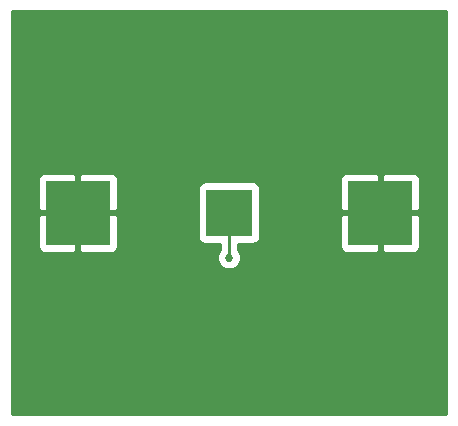
<source format=gbl>
G04 #@! TF.FileFunction,Copper,L2,Bot,Signal*
%FSLAX46Y46*%
G04 Gerber Fmt 4.6, Leading zero omitted, Abs format (unit mm)*
G04 Created by KiCad (PCBNEW 4.0.3-stable) date Wednesday, October 19, 2016 'PMt' 12:35:23 PM*
%MOMM*%
%LPD*%
G01*
G04 APERTURE LIST*
%ADD10C,0.100000*%
%ADD11R,4.000000X4.000000*%
%ADD12R,5.500000X5.500000*%
%ADD13C,0.685800*%
%ADD14C,0.254000*%
G04 APERTURE END LIST*
D10*
D11*
X158750000Y-106680000D03*
D12*
X145950000Y-106680000D03*
X171550000Y-106680000D03*
D13*
X158750000Y-110490000D03*
X153670000Y-109220000D03*
X161290000Y-101600000D03*
D14*
X158750000Y-106680000D02*
X158750000Y-110490000D01*
G36*
X177090000Y-123750000D02*
X140410000Y-123750000D01*
X140410000Y-106965750D01*
X142565000Y-106965750D01*
X142565000Y-109556310D01*
X142661673Y-109789699D01*
X142840302Y-109968327D01*
X143073691Y-110065000D01*
X145664250Y-110065000D01*
X145823000Y-109906250D01*
X145823000Y-106807000D01*
X146077000Y-106807000D01*
X146077000Y-109906250D01*
X146235750Y-110065000D01*
X148826309Y-110065000D01*
X149059698Y-109968327D01*
X149238327Y-109789699D01*
X149335000Y-109556310D01*
X149335000Y-106965750D01*
X149176250Y-106807000D01*
X146077000Y-106807000D01*
X145823000Y-106807000D01*
X142723750Y-106807000D01*
X142565000Y-106965750D01*
X140410000Y-106965750D01*
X140410000Y-103803690D01*
X142565000Y-103803690D01*
X142565000Y-106394250D01*
X142723750Y-106553000D01*
X145823000Y-106553000D01*
X145823000Y-103453750D01*
X146077000Y-103453750D01*
X146077000Y-106553000D01*
X149176250Y-106553000D01*
X149335000Y-106394250D01*
X149335000Y-104680000D01*
X156102560Y-104680000D01*
X156102560Y-108680000D01*
X156146838Y-108915317D01*
X156285910Y-109131441D01*
X156498110Y-109276431D01*
X156750000Y-109327440D01*
X157988000Y-109327440D01*
X157988000Y-109868917D01*
X157921460Y-109935341D01*
X157772270Y-110294630D01*
X157771931Y-110683663D01*
X157920493Y-111043212D01*
X158195341Y-111318540D01*
X158554630Y-111467730D01*
X158943663Y-111468069D01*
X159303212Y-111319507D01*
X159578540Y-111044659D01*
X159727730Y-110685370D01*
X159728069Y-110296337D01*
X159579507Y-109936788D01*
X159512000Y-109869163D01*
X159512000Y-109327440D01*
X160750000Y-109327440D01*
X160985317Y-109283162D01*
X161201441Y-109144090D01*
X161346431Y-108931890D01*
X161397440Y-108680000D01*
X161397440Y-106965750D01*
X168165000Y-106965750D01*
X168165000Y-109556310D01*
X168261673Y-109789699D01*
X168440302Y-109968327D01*
X168673691Y-110065000D01*
X171264250Y-110065000D01*
X171423000Y-109906250D01*
X171423000Y-106807000D01*
X171677000Y-106807000D01*
X171677000Y-109906250D01*
X171835750Y-110065000D01*
X174426309Y-110065000D01*
X174659698Y-109968327D01*
X174838327Y-109789699D01*
X174935000Y-109556310D01*
X174935000Y-106965750D01*
X174776250Y-106807000D01*
X171677000Y-106807000D01*
X171423000Y-106807000D01*
X168323750Y-106807000D01*
X168165000Y-106965750D01*
X161397440Y-106965750D01*
X161397440Y-104680000D01*
X161353162Y-104444683D01*
X161214090Y-104228559D01*
X161001890Y-104083569D01*
X160750000Y-104032560D01*
X156750000Y-104032560D01*
X156514683Y-104076838D01*
X156298559Y-104215910D01*
X156153569Y-104428110D01*
X156102560Y-104680000D01*
X149335000Y-104680000D01*
X149335000Y-103803690D01*
X168165000Y-103803690D01*
X168165000Y-106394250D01*
X168323750Y-106553000D01*
X171423000Y-106553000D01*
X171423000Y-103453750D01*
X171677000Y-103453750D01*
X171677000Y-106553000D01*
X174776250Y-106553000D01*
X174935000Y-106394250D01*
X174935000Y-103803690D01*
X174838327Y-103570301D01*
X174659698Y-103391673D01*
X174426309Y-103295000D01*
X171835750Y-103295000D01*
X171677000Y-103453750D01*
X171423000Y-103453750D01*
X171264250Y-103295000D01*
X168673691Y-103295000D01*
X168440302Y-103391673D01*
X168261673Y-103570301D01*
X168165000Y-103803690D01*
X149335000Y-103803690D01*
X149238327Y-103570301D01*
X149059698Y-103391673D01*
X148826309Y-103295000D01*
X146235750Y-103295000D01*
X146077000Y-103453750D01*
X145823000Y-103453750D01*
X145664250Y-103295000D01*
X143073691Y-103295000D01*
X142840302Y-103391673D01*
X142661673Y-103570301D01*
X142565000Y-103803690D01*
X140410000Y-103803690D01*
X140410000Y-89610000D01*
X177090000Y-89610000D01*
X177090000Y-123750000D01*
X177090000Y-123750000D01*
G37*
X177090000Y-123750000D02*
X140410000Y-123750000D01*
X140410000Y-106965750D01*
X142565000Y-106965750D01*
X142565000Y-109556310D01*
X142661673Y-109789699D01*
X142840302Y-109968327D01*
X143073691Y-110065000D01*
X145664250Y-110065000D01*
X145823000Y-109906250D01*
X145823000Y-106807000D01*
X146077000Y-106807000D01*
X146077000Y-109906250D01*
X146235750Y-110065000D01*
X148826309Y-110065000D01*
X149059698Y-109968327D01*
X149238327Y-109789699D01*
X149335000Y-109556310D01*
X149335000Y-106965750D01*
X149176250Y-106807000D01*
X146077000Y-106807000D01*
X145823000Y-106807000D01*
X142723750Y-106807000D01*
X142565000Y-106965750D01*
X140410000Y-106965750D01*
X140410000Y-103803690D01*
X142565000Y-103803690D01*
X142565000Y-106394250D01*
X142723750Y-106553000D01*
X145823000Y-106553000D01*
X145823000Y-103453750D01*
X146077000Y-103453750D01*
X146077000Y-106553000D01*
X149176250Y-106553000D01*
X149335000Y-106394250D01*
X149335000Y-104680000D01*
X156102560Y-104680000D01*
X156102560Y-108680000D01*
X156146838Y-108915317D01*
X156285910Y-109131441D01*
X156498110Y-109276431D01*
X156750000Y-109327440D01*
X157988000Y-109327440D01*
X157988000Y-109868917D01*
X157921460Y-109935341D01*
X157772270Y-110294630D01*
X157771931Y-110683663D01*
X157920493Y-111043212D01*
X158195341Y-111318540D01*
X158554630Y-111467730D01*
X158943663Y-111468069D01*
X159303212Y-111319507D01*
X159578540Y-111044659D01*
X159727730Y-110685370D01*
X159728069Y-110296337D01*
X159579507Y-109936788D01*
X159512000Y-109869163D01*
X159512000Y-109327440D01*
X160750000Y-109327440D01*
X160985317Y-109283162D01*
X161201441Y-109144090D01*
X161346431Y-108931890D01*
X161397440Y-108680000D01*
X161397440Y-106965750D01*
X168165000Y-106965750D01*
X168165000Y-109556310D01*
X168261673Y-109789699D01*
X168440302Y-109968327D01*
X168673691Y-110065000D01*
X171264250Y-110065000D01*
X171423000Y-109906250D01*
X171423000Y-106807000D01*
X171677000Y-106807000D01*
X171677000Y-109906250D01*
X171835750Y-110065000D01*
X174426309Y-110065000D01*
X174659698Y-109968327D01*
X174838327Y-109789699D01*
X174935000Y-109556310D01*
X174935000Y-106965750D01*
X174776250Y-106807000D01*
X171677000Y-106807000D01*
X171423000Y-106807000D01*
X168323750Y-106807000D01*
X168165000Y-106965750D01*
X161397440Y-106965750D01*
X161397440Y-104680000D01*
X161353162Y-104444683D01*
X161214090Y-104228559D01*
X161001890Y-104083569D01*
X160750000Y-104032560D01*
X156750000Y-104032560D01*
X156514683Y-104076838D01*
X156298559Y-104215910D01*
X156153569Y-104428110D01*
X156102560Y-104680000D01*
X149335000Y-104680000D01*
X149335000Y-103803690D01*
X168165000Y-103803690D01*
X168165000Y-106394250D01*
X168323750Y-106553000D01*
X171423000Y-106553000D01*
X171423000Y-103453750D01*
X171677000Y-103453750D01*
X171677000Y-106553000D01*
X174776250Y-106553000D01*
X174935000Y-106394250D01*
X174935000Y-103803690D01*
X174838327Y-103570301D01*
X174659698Y-103391673D01*
X174426309Y-103295000D01*
X171835750Y-103295000D01*
X171677000Y-103453750D01*
X171423000Y-103453750D01*
X171264250Y-103295000D01*
X168673691Y-103295000D01*
X168440302Y-103391673D01*
X168261673Y-103570301D01*
X168165000Y-103803690D01*
X149335000Y-103803690D01*
X149238327Y-103570301D01*
X149059698Y-103391673D01*
X148826309Y-103295000D01*
X146235750Y-103295000D01*
X146077000Y-103453750D01*
X145823000Y-103453750D01*
X145664250Y-103295000D01*
X143073691Y-103295000D01*
X142840302Y-103391673D01*
X142661673Y-103570301D01*
X142565000Y-103803690D01*
X140410000Y-103803690D01*
X140410000Y-89610000D01*
X177090000Y-89610000D01*
X177090000Y-123750000D01*
M02*

</source>
